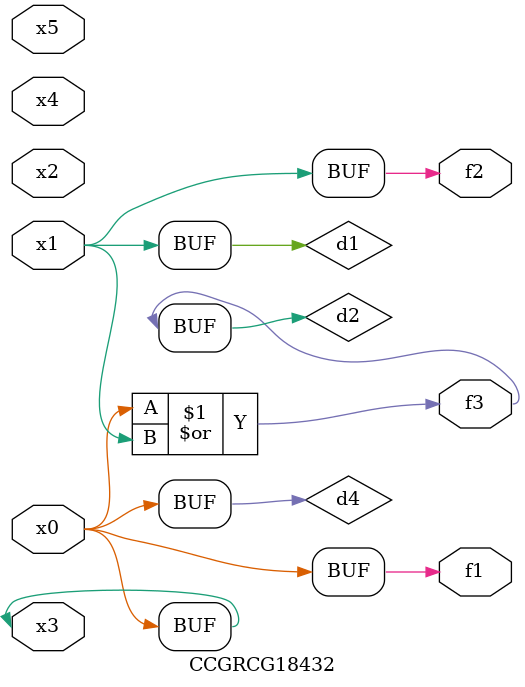
<source format=v>
module CCGRCG18432(
	input x0, x1, x2, x3, x4, x5,
	output f1, f2, f3
);

	wire d1, d2, d3, d4;

	and (d1, x1);
	or (d2, x0, x1);
	nand (d3, x0, x5);
	buf (d4, x0, x3);
	assign f1 = d4;
	assign f2 = d1;
	assign f3 = d2;
endmodule

</source>
